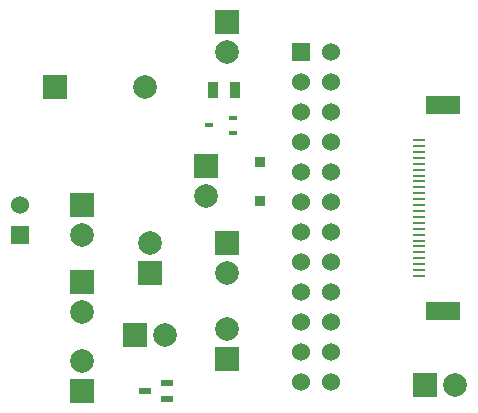
<source format=gts>
G04 (created by PCBNEW (2013-07-07 BZR 4022)-stable) date 16.5.2014 14:16:54*
%MOIN*%
G04 Gerber Fmt 3.4, Leading zero omitted, Abs format*
%FSLAX34Y34*%
G01*
G70*
G90*
G04 APERTURE LIST*
%ADD10C,0.00590551*%
%ADD11R,0.0394X0.0236*%
%ADD12R,0.028X0.018*%
%ADD13R,0.06X0.06*%
%ADD14C,0.06*%
%ADD15R,0.0394X0.0106*%
%ADD16R,0.11811X0.0590551*%
%ADD17R,0.035X0.055*%
%ADD18R,0.0787X0.0787*%
%ADD19C,0.0787*%
%ADD20R,0.0335X0.0335*%
G04 APERTURE END LIST*
G54D10*
G54D11*
X33740Y-28582D03*
X33740Y-29094D03*
X32992Y-28838D03*
G54D12*
X35931Y-20240D03*
X35931Y-19720D03*
X35131Y-19980D03*
G54D13*
X28838Y-23629D03*
G54D14*
X28838Y-22629D03*
G54D13*
X38181Y-17531D03*
G54D14*
X39181Y-17531D03*
X38181Y-18531D03*
X39181Y-18531D03*
X38181Y-19531D03*
X39181Y-19531D03*
X38181Y-20531D03*
X39181Y-20531D03*
X38181Y-21531D03*
X39181Y-21531D03*
X38181Y-22531D03*
X39181Y-22531D03*
X38181Y-23531D03*
X39181Y-23531D03*
X38181Y-24531D03*
X39181Y-24531D03*
X38181Y-25531D03*
X39181Y-25531D03*
X38181Y-26531D03*
X39181Y-26531D03*
X38181Y-27531D03*
X39181Y-27531D03*
X38181Y-28531D03*
X39181Y-28531D03*
G54D15*
X42125Y-20472D03*
X42125Y-20669D03*
X42125Y-20866D03*
X42125Y-21062D03*
X42125Y-21259D03*
X42125Y-21456D03*
X42125Y-21653D03*
X42125Y-21850D03*
X42125Y-22047D03*
X42125Y-22244D03*
X42125Y-22440D03*
X42125Y-22637D03*
X42125Y-22834D03*
X42125Y-23031D03*
X42125Y-23228D03*
X42125Y-23425D03*
X42125Y-23622D03*
X42125Y-23818D03*
X42125Y-24015D03*
X42125Y-24212D03*
X42125Y-24409D03*
X42125Y-24606D03*
X42125Y-24803D03*
X42125Y-25000D03*
G54D16*
X42913Y-26181D03*
X42913Y-19291D03*
G54D17*
X36004Y-18799D03*
X35254Y-18799D03*
G54D18*
X35728Y-16527D03*
G54D19*
X35728Y-17527D03*
G54D18*
X35039Y-21350D03*
G54D19*
X35039Y-22350D03*
G54D18*
X33169Y-24909D03*
G54D19*
X33169Y-23909D03*
G54D18*
X35728Y-27763D03*
G54D19*
X35728Y-26763D03*
G54D18*
X42314Y-28641D03*
G54D19*
X43314Y-28641D03*
G54D18*
X30905Y-28846D03*
G54D19*
X30905Y-27846D03*
G54D18*
X30905Y-22629D03*
G54D19*
X30905Y-23629D03*
G54D18*
X30905Y-25188D03*
G54D19*
X30905Y-26188D03*
G54D18*
X32669Y-26968D03*
G54D19*
X33669Y-26968D03*
G54D18*
X35728Y-23909D03*
G54D19*
X35728Y-24909D03*
G54D18*
X29996Y-18700D03*
G54D19*
X32996Y-18700D03*
G54D20*
X36811Y-22509D03*
X36811Y-21191D03*
M02*

</source>
